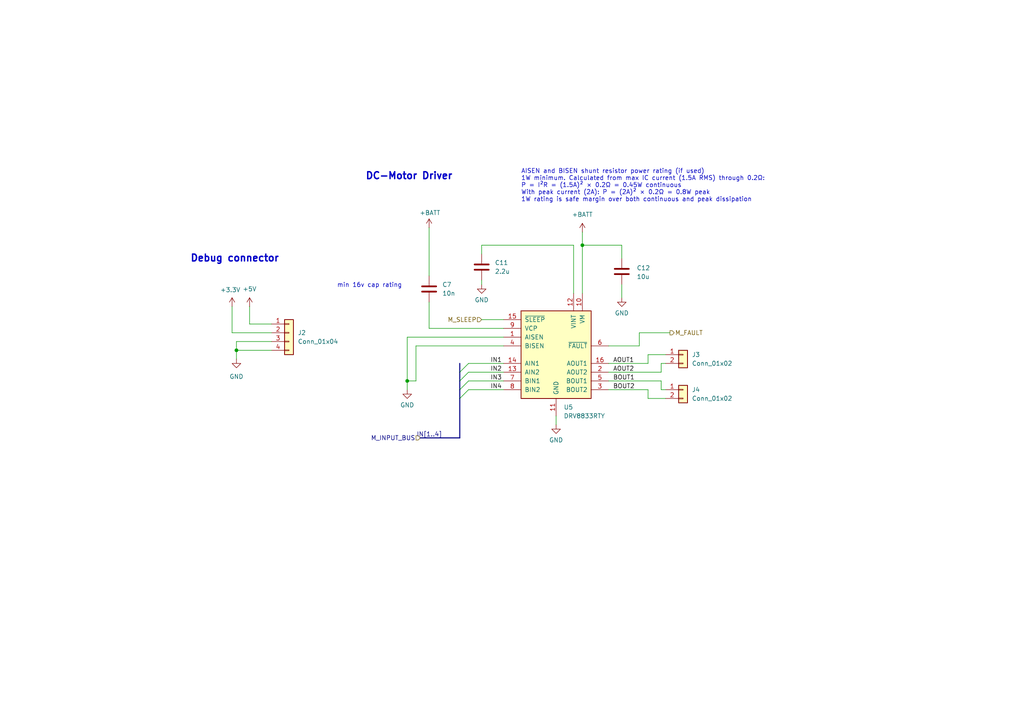
<source format=kicad_sch>
(kicad_sch (version 20231120) (generator "eeschema") (generator_version "8.0")
  (paper "A4")
  (lib_symbols
    (symbol "Connector_Generic:Conn_01x02" (pin_names (offset 1.016) hide)
      (property "Reference" "J" (at 0 2.54 0))
      (property "Value" "Conn_01x02" (at 0 -5.08 0))
      (symbol "Conn_01x02_1_1"
        (rectangle (start -1.27 -2.413) (end 0 -2.667) (stroke (width 0.1524)))
        (rectangle (start -1.27 0.127) (end 0 -0.127) (stroke (width 0.1524)))
        (rectangle (start -1.27 1.27) (end 1.27 -3.81) (stroke (width 0.254)) (fill (type background)))
        (pin passive line (at -5.08 0 0) (length 3.81) (name "Pin_1") (number "1"))
        (pin passive line (at -5.08 -2.54 0) (length 3.81) (name "Pin_2") (number "2"))
      )
    )
    (symbol "Connector_Generic:Conn_01x04" (pin_names (offset 1.016) hide)
      (property "Reference" "J" (at 0 5.08 0))
      (property "Value" "Conn_01x04" (at 0 -7.62 0))
      (symbol "Conn_01x04_1_1"
        (rectangle (start -1.27 -4.953) (end 0 -5.207) (stroke (width 0.1524)))
        (rectangle (start -1.27 -2.413) (end 0 -2.667) (stroke (width 0.1524)))
        (rectangle (start -1.27 0.127) (end 0 -0.127) (stroke (width 0.1524)))
        (rectangle (start -1.27 2.667) (end 0 2.413) (stroke (width 0.1524)))
        (rectangle (start -1.27 3.81) (end 1.27 -6.35) (stroke (width 0.254)) (fill (type background)))
        (pin passive line (at -5.08 2.54 0) (length 3.81) (name "Pin_1") (number "1"))
        (pin passive line (at -5.08 0 0) (length 3.81) (name "Pin_2") (number "2"))
        (pin passive line (at -5.08 -2.54 0) (length 3.81) (name "Pin_3") (number "3"))
        (pin passive line (at -5.08 -5.08 0) (length 3.81) (name "Pin_4") (number "4"))
      )
    )
    (symbol "Device:C" (pin_numbers hide) (pin_names (offset 0.254))
      (property "Reference" "C" (at 0.635 2.54 0))
      (property "Value" "C" (at 0.635 -2.54 0))
      (symbol "C_0_1"
        (polyline (pts (xy -2.032 -0.762) (xy 2.032 -0.762)) (stroke (width 0.508)))
        (polyline (pts (xy -2.032 0.762) (xy 2.032 0.762)) (stroke (width 0.508)))
      )
      (symbol "C_1_1"
        (pin passive line (at 0 3.81 270) (length 2.794) (name "~") (number "1"))
        (pin passive line (at 0 -3.81 90) (length 2.794) (name "~") (number "2"))
      )
    )
    (symbol "Driver_Motor:DRV8833RTY" (pin_names (offset 1.016))
      (property "Reference" "U" (at -3.81 16.51 0))
      (property "Value" "DRV8833RTY" (at -3.81 13.97 0))
      (symbol "DRV8833RTY_0_1"
        (rectangle (start -10.16 12.7) (end 10.16 -12.7) (stroke (width 0.254)) (fill (type background)))
      )
      (symbol "DRV8833RTY_1_1"
        (pin bidirectional line (at -15.24 5.08 0) (length 5.08) (name "AISEN") (number "1"))
        (pin power_in line (at 7.62 17.78 270) (length 5.08) (name "VM") (number "10"))
        (pin power_in line (at 0 -17.78 90) (length 5.08) (name "GND") (number "11"))
        (pin power_in line (at 5.08 17.78 270) (length 5.08) (name "VINT") (number "12"))
        (pin input line (at -15.24 -5.08 0) (length 5.08) (name "AIN2") (number "13"))
        (pin input line (at -15.24 -2.54 0) (length 5.08) (name "AIN1") (number "14"))
        (pin input line (at -15.24 10.16 0) (length 5.08) (name "~{SLEEP}") (number "15"))
        (pin power_out line (at 15.24 -2.54 180) (length 5.08) (name "AOUT1") (number "16"))
        (pin passive line (at 0 -17.78 90) (length 5.08) hide (name "GND") (number "17"))
        (pin power_out line (at 15.24 -5.08 180) (length 5.08) (name "AOUT2") (number "2"))
        (pin power_out line (at 15.24 -10.16 180) (length 5.08) (name "BOUT2") (number "3"))
        (pin bidirectional line (at -15.24 2.54 0) (length 5.08) (name "BISEN") (number "4"))
        (pin power_out line (at 15.24 -7.62 180) (length 5.08) (name "BOUT1") (number "5"))
        (pin open_collector line (at 15.24 2.54 180) (length 5.08) (name "~{FAULT}") (number "6"))
        (pin input line (at -15.24 -7.62 0) (length 5.08) (name "BIN1") (number "7"))
        (pin input line (at -15.24 -10.16 0) (length 5.08) (name "BIN2") (number "8"))
        (pin bidirectional line (at -15.24 7.62 0) (length 5.08) (name "VCP") (number "9"))
      )
    )
    (symbol "power:+3.3V" (power) (pin_names (offset 0))
      (property "Value" "+3.3V" (at 0 3.556 0))
      (symbol "+3.3V_0_1"
        (polyline (pts (xy -0.762 1.27) (xy 0 2.54)))
        (polyline (pts (xy 0 0) (xy 0 2.54)))
        (polyline (pts (xy 0 2.54) (xy 0.762 1.27)))
      )
      (symbol "+3.3V_1_1"
        (pin power_in line (at 0 0 90) (length 0) hide (name "+3.3V") (number "1"))
      )
    )
    (symbol "power:+5V" (power) (pin_numbers hide) (pin_names (offset 0) hide)
      (property "Value" "+5V" (at 0 3.556 0))
      (symbol "+5V_0_1"
        (polyline (pts (xy -0.762 1.27) (xy 0 2.54)))
        (polyline (pts (xy 0 0) (xy 0 2.54)))
        (polyline (pts (xy 0 2.54) (xy 0.762 1.27)))
      )
      (symbol "+5V_1_1"
        (pin power_in line (at 0 0 90) (length 0) (name "~") (number "1"))
      )
    )
    (symbol "power:+BATT" (power) (pin_numbers hide) (pin_names (offset 0) hide)
      (property "Value" "+BATT" (at 0 3.556 0))
      (symbol "+BATT_0_1"
        (polyline (pts (xy -0.762 1.27) (xy 0 2.54)))
        (polyline (pts (xy 0 0) (xy 0 2.54)))
        (polyline (pts (xy 0 2.54) (xy 0.762 1.27)))
      )
      (symbol "+BATT_1_1"
        (pin power_in line (at 0 0 90) (length 0) (name "~") (number "1"))
      )
    )
    (symbol "power:GND" (power) (pin_names (offset 0))
      (property "Value" "GND" (at 0 -3.81 0))
      (symbol "GND_0_1"
        (polyline (pts (xy 0 0) (xy 0 -1.27) (xy 1.27 -1.27) (xy 0 -2.54) (xy -1.27 -1.27) (xy 0 -1.27)))
      )
      (symbol "GND_1_1"
        (pin power_in line (at 0 0 270) (length 0) hide (name "GND") (number "1"))
      )
    )
  )
  (junction (at 68.58 101.6))
  (junction (at 118.11 110.49))
  (junction (at 168.91 71.12))
  (bus_entry (at 135.89 105.41) (size -2.54 2.54))
  (bus_entry (at 135.89 110.49) (size -2.54 2.54))
  (bus_entry (at 135.89 113.03) (size -2.54 2.54))
  (bus_entry (at 135.89 107.95) (size -2.54 2.54))
  (wire (pts (xy 124.46 80.01) (xy 124.46 66.04)))
  (bus (pts (xy 133.35 110.49) (xy 133.35 113.03)))
  (wire (pts (xy 118.11 110.49) (xy 118.11 113.03)))
  (wire (pts (xy 180.34 82.55) (xy 180.34 86.36)))
  (wire (pts (xy 168.91 71.12) (xy 180.34 71.12)))
  (wire (pts (xy 120.65 110.49) (xy 118.11 110.49)))
  (bus (pts (xy 133.35 115.57) (xy 133.35 127)))
  (wire (pts (xy 187.96 102.87) (xy 193.04 102.87)))
  (wire (pts (xy 78.74 99.06) (xy 68.58 99.06)))
  (wire (pts (xy 191.77 105.41) (xy 193.04 105.41)))
  (wire (pts (xy 187.96 102.87) (xy 187.96 105.41)))
  (wire (pts (xy 180.34 71.12) (xy 180.34 74.93)))
  (wire (pts (xy 191.77 113.03) (xy 193.04 113.03)))
  (wire (pts (xy 185.42 96.52) (xy 194.31 96.52)))
  (wire (pts (xy 161.29 120.65) (xy 161.29 123.19)))
  (wire (pts (xy 135.89 107.95) (xy 146.05 107.95)))
  (wire (pts (xy 78.74 96.52) (xy 67.31 96.52)))
  (wire (pts (xy 187.96 115.57) (xy 193.04 115.57)))
  (wire (pts (xy 72.39 88.9) (xy 72.39 93.98)))
  (bus (pts (xy 133.35 107.95) (xy 133.35 110.49)))
  (wire (pts (xy 185.42 96.52) (xy 185.42 100.33)))
  (wire (pts (xy 139.7 92.71) (xy 146.05 92.71)))
  (wire (pts (xy 176.53 113.03) (xy 187.96 113.03)))
  (wire (pts (xy 168.91 71.12) (xy 168.91 85.09)))
  (wire (pts (xy 135.89 113.03) (xy 146.05 113.03)))
  (wire (pts (xy 191.77 105.41) (xy 191.77 107.95)))
  (bus (pts (xy 121.92 127) (xy 133.35 127)))
  (wire (pts (xy 166.37 85.09) (xy 166.37 71.12)))
  (bus (pts (xy 133.35 105.41) (xy 133.35 107.95)))
  (wire (pts (xy 78.74 101.6) (xy 68.58 101.6)))
  (wire (pts (xy 139.7 71.12) (xy 139.7 73.66)))
  (wire (pts (xy 187.96 115.57) (xy 187.96 113.03)))
  (wire (pts (xy 68.58 99.06) (xy 68.58 101.6)))
  (wire (pts (xy 176.53 107.95) (xy 191.77 107.95)))
  (wire (pts (xy 185.42 100.33) (xy 176.53 100.33)))
  (wire (pts (xy 78.74 93.98) (xy 72.39 93.98)))
  (wire (pts (xy 118.11 97.79) (xy 146.05 97.79)))
  (wire (pts (xy 135.89 105.41) (xy 146.05 105.41)))
  (wire (pts (xy 67.31 88.9) (xy 67.31 96.52)))
  (wire (pts (xy 146.05 100.33) (xy 120.65 100.33)))
  (wire (pts (xy 166.37 71.12) (xy 139.7 71.12)))
  (wire (pts (xy 118.11 97.79) (xy 118.11 110.49)))
  (wire (pts (xy 176.53 110.49) (xy 191.77 110.49)))
  (wire (pts (xy 146.05 95.25) (xy 124.46 95.25)))
  (wire (pts (xy 139.7 81.28) (xy 139.7 82.55)))
  (wire (pts (xy 176.53 105.41) (xy 187.96 105.41)))
  (wire (pts (xy 68.58 101.6) (xy 68.58 104.14)))
  (wire (pts (xy 120.65 100.33) (xy 120.65 110.49)))
  (wire (pts (xy 168.91 67.31) (xy 168.91 71.12)))
  (wire (pts (xy 124.46 95.25) (xy 124.46 87.63)))
  (bus (pts (xy 133.35 113.03) (xy 133.35 115.57)))
  (wire (pts (xy 191.77 113.03) (xy 191.77 110.49)))
  (wire (pts (xy 135.89 110.49) (xy 146.05 110.49)))
  (text "min 16v cap rating" (at 107.188 82.804 0) (effects (font (size 1.27 1.27))))
  (text "Debug connector" (at 55.118 76.2 0) (effects (font (size 2 2) (thickness 0.4) (bold yes)) (justify left bottom)))
  (text "AISEN and BISEN shunt resistor power rating (if used)\n1W minimum. Calculated from max IC current (1.5A RMS) through 0.2Ω:\nP = I²R = (1.5A)² × 0.2Ω = 0.45W continuous\nWith peak current (2A): P = (2A)² × 0.2Ω = 0.8W peak\n1W rating is safe margin over both continuous and peak dissipation" (at 151.13 53.848 0) (effects (font (size 1.27 1.27)) (justify left)))
  (text "DC-Motor Driver" (at 105.918 52.324 0) (effects (font (size 2 2) (thickness 0.4) (bold yes)) (justify left bottom)))
  (label "IN2" (at 142.24 107.95 0))
  (label "IN4" (at 142.24 113.03 0))
  (label "IN[1..4]" (at 128.27 127 180))
  (label "AOUT2" (at 177.8 107.95 0))
  (label "BOUT2" (at 177.8 113.03 0))
  (label "AOUT1" (at 177.8 105.41 0))
  (label "IN1" (at 142.24 105.41 0))
  (label "IN3" (at 142.24 110.49 0))
  (label "BOUT1" (at 177.8 110.49 0))
  (hierarchical_label "M_FAULT" (shape output) (at 194.31 96.52 0))
  (hierarchical_label "M_SLEEP" (shape input) (at 139.7 92.71 180))
  (hierarchical_label "M_INPUT_BUS" (shape input) (at 121.92 127 180))
  (symbol (lib_id "Connector_Generic:Conn_01x02") (at 198.12 113.03 0) (unit 1)
    (property "Reference" "J4" (at 200.66 113.0299 0) (effects (justify left)))
    (property "Value" "Conn_01x02" (at 200.66 115.5699 0) (effects (justify left)))
    (property "Footprint" "Connector_PinHeader_2.54mm:PinHeader_1x02_P2.54mm_Vertical" (effects (hide yes)))
    (property "Description" "Generic connector, single row, 01x02, script generated (kicad-library-utils/schlib/autogen/connector/)" (effects (hide yes)))
  )
  (symbol (lib_id "Device:C") (at 124.46 83.82 0) (unit 1)
    (property "Reference" "C7" (at 128.27 82.5499 0) (effects (justify left)))
    (property "Value" "10n" (at 128.27 85.0899 0) (effects (justify left)))
    (property "Footprint" "Capacitor_SMD:C_0402_1005Metric" (effects (hide yes)))
    (property "Description" "Unpolarized capacitor" (effects (hide yes)))
  )
  (symbol (lib_id "power:+3.3V") (at 67.31 88.9 0) (unit 1)
    (property "Reference" "#PWR011" (effects (hide yes)))
    (property "Value" "+3.3V" (at 66.802 84.074 0))
  )
  (symbol (lib_id "power:GND") (at 180.34 86.36 0) (unit 1)
    (property "Reference" "#PWR032" (effects (hide yes)))
    (property "Value" "GND" (at 180.34 90.805 0))
  )
  (symbol (lib_id "power:GND") (at 68.58 104.14 0) (unit 1)
    (property "Reference" "#PWR012" (effects (hide yes)))
    (property "Value" "GND" (at 68.58 109.22 0))
    (property "Description" "Power symbol creates a global label with name \"GND\" , ground" (effects (hide yes)))
  )
  (symbol (lib_id "Device:C") (at 139.7 77.47 0) (unit 1)
    (property "Reference" "C11" (at 143.51 76.1999 0) (effects (justify left)))
    (property "Value" "2.2u" (at 143.51 78.7399 0) (effects (justify left)))
    (property "Footprint" "Capacitor_SMD:C_0603_1608Metric" (effects (hide yes)))
    (property "Description" "Unpolarized capacitor" (effects (hide yes)))
  )
  (symbol (lib_id "power:+BATT") (at 168.91 67.31 0) (unit 1)
    (property "Reference" "#PWR031" (effects (hide yes)))
    (property "Value" "+BATT" (at 168.91 62.23 0))
    (property "Description" "Power symbol creates a global label with name \"+BATT\"" (effects (hide yes)))
  )
  (symbol (lib_id "Device:C") (at 180.34 78.74 0) (unit 1)
    (property "Reference" "C12" (at 184.658 77.724 0) (effects (justify left)))
    (property "Value" "10u" (at 184.658 80.264 0) (effects (justify left)))
    (property "Footprint" "Capacitor_SMD:C_0603_1608Metric" (effects (hide yes)))
    (property "Description" "Unpolarized capacitor" (effects (hide yes)))
  )
  (symbol (lib_id "power:+BATT") (at 124.46 66.04 0) (unit 1)
    (property "Reference" "#PWR08" (effects (hide yes)))
    (property "Value" "+BATT" (at 124.714 61.722 0))
    (property "Description" "Power symbol creates a global label with name \"+BATT\"" (effects (hide yes)))
  )
  (symbol (lib_id "power:GND") (at 161.29 123.19 0) (unit 1)
    (property "Reference" "#PWR030" (effects (hide yes)))
    (property "Value" "GND" (at 161.29 127.635 0))
  )
  (symbol (lib_id "power:GND") (at 139.7 82.55 0) (unit 1)
    (property "Reference" "#PWR025" (effects (hide yes)))
    (property "Value" "GND" (at 139.7 86.995 0))
  )
  (symbol (lib_id "Driver_Motor:DRV8833RTY") (at 161.29 102.87 0) (unit 1)
    (property "Reference" "U5" (at 163.4841 118.11 0) (effects (justify left)))
    (property "Value" "DRV8833RTY" (at 163.4841 120.65 0) (effects (justify left)))
    (property "Footprint" "Package_DFN_QFN:Texas_RTY_WQFN-16-1EP_4x4mm_P0.65mm_EP2.1x2.1mm_ThermalVias" (effects (hide yes)))
    (property "Datasheet" "http://www.ti.com/lit/ds/symlink/drv8833.pdf" (effects (hide yes)))
    (property "Description" "Dual H-Bridge Motor Driver, WQFN-16" (effects (hide yes)))
  )
  (symbol (lib_id "power:GND") (at 118.11 113.03 0) (unit 1)
    (property "Reference" "#PWR04" (effects (hide yes)))
    (property "Value" "GND" (at 118.11 117.475 0))
  )
  (symbol (lib_id "power:+5V") (at 72.39 88.9 0) (unit 1)
    (property "Reference" "#PWR09" (effects (hide yes)))
    (property "Value" "+5V" (at 72.39 83.82 0))
    (property "Description" "Power symbol creates a global label with name \"+5V\"" (effects (hide yes)))
  )
  (symbol (lib_id "Connector_Generic:Conn_01x02") (at 198.12 102.87 0) (unit 1)
    (property "Reference" "J3" (at 200.66 102.8699 0) (effects (justify left)))
    (property "Value" "Conn_01x02" (at 200.66 105.4099 0) (effects (justify left)))
    (property "Footprint" "Connector_PinHeader_2.54mm:PinHeader_1x02_P2.54mm_Vertical" (effects (hide yes)))
    (property "Description" "Generic connector, single row, 01x02, script generated (kicad-library-utils/schlib/autogen/connector/)" (effects (hide yes)))
  )
  (symbol (lib_id "Connector_Generic:Conn_01x04") (at 83.82 96.52 0) (unit 1)
    (property "Reference" "J2" (at 86.36 96.5199 0) (effects (justify left)))
    (property "Value" "Conn_01x04" (at 86.36 99.0599 0) (effects (justify left)))
    (property "Footprint" "Connector_PinHeader_2.54mm:PinHeader_1x04_P2.54mm_Vertical" (effects (hide yes)))
    (property "Description" "Generic connector, single row, 01x04, script generated (kicad-library-utils/schlib/autogen/connector/)" (effects (hide yes)))
  )
)
</source>
